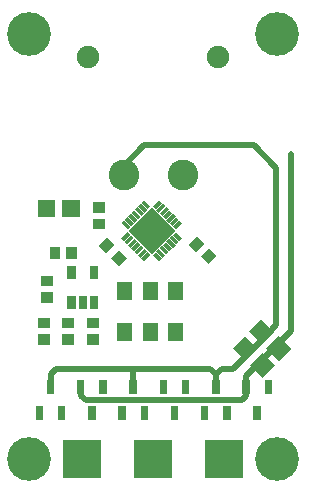
<source format=gts>
G04 Layer: TopSolderMaskLayer*
G04 EasyEDA v6.4.20.6, 2021-08-14T17:17:54+08:00*
G04 75774476de7741c18b808344251b3932,34bb6763e28e4bbdb854ef51fa08daf4,10*
G04 Gerber Generator version 0.2*
G04 Scale: 100 percent, Rotated: No, Reflected: No *
G04 Dimensions in millimeters *
G04 leading zeros omitted , absolute positions ,4 integer and 5 decimal *
%FSLAX45Y45*%
%MOMM*%

%ADD13C,0.5000*%
%ADD46C,2.6016*%
%ADD47C,1.9016*%
%ADD55C,3.7032*%

%LPD*%
D13*
X139700Y-3187700D02*
G01*
X139700Y-3263900D01*
X177800Y-3302000D01*
X1498600Y-3302000D01*
X1536700Y-3263900D01*
X1536700Y-3098800D01*
X1917700Y-2717800D01*
X1917700Y-2527300D01*
X1917700Y-1219200D01*
X1658556Y-2799143D02*
G01*
X1790700Y-2667000D01*
X1790700Y-1333500D01*
X1600200Y-1143000D01*
X673100Y-1143000D01*
X500001Y-1316098D01*
X500001Y-1399999D01*
X1567116Y-2890583D02*
G01*
X1658556Y-2799143D01*
X1279999Y-3083399D02*
G01*
X1328099Y-3035300D01*
X1422400Y-3035300D01*
X1567116Y-2890583D01*
X579998Y-3189866D02*
G01*
X579998Y-3035300D01*
X-119999Y-3189866D02*
G01*
X-119999Y-3079099D01*
X-76200Y-3035300D01*
X1231900Y-3035300D01*
X1279999Y-3083399D01*
X1279999Y-3189866D01*
G36*
X1214373Y-2148839D02*
G01*
X1150620Y-2085086D01*
X1221486Y-2014220D01*
X1285239Y-2077973D01*
G37*
G36*
X1115313Y-2049779D02*
G01*
X1051560Y-1986026D01*
X1122426Y-1915160D01*
X1186179Y-1978913D01*
G37*
G36*
X242062Y-1854962D02*
G01*
X242062Y-1764792D01*
X342137Y-1764792D01*
X342137Y-1854962D01*
G37*
G36*
X242062Y-1715007D02*
G01*
X242062Y-1624837D01*
X342137Y-1624837D01*
X342137Y-1715007D01*
G37*
G36*
X12192Y-2107437D02*
G01*
X12192Y-2007362D01*
X102362Y-2007362D01*
X102362Y-2107437D01*
G37*
G36*
X-127762Y-2107437D02*
G01*
X-127762Y-2007362D01*
X-37592Y-2007362D01*
X-37592Y-2107437D01*
G37*
G36*
X-202437Y-2337307D02*
G01*
X-202437Y-2247137D01*
X-102362Y-2247137D01*
X-102362Y-2337307D01*
G37*
G36*
X-202437Y-2477262D02*
G01*
X-202437Y-2387092D01*
X-102362Y-2387092D01*
X-102362Y-2477262D01*
G37*
G36*
X-227837Y-2692907D02*
G01*
X-227837Y-2602737D01*
X-127762Y-2602737D01*
X-127762Y-2692907D01*
G37*
G36*
X-227837Y-2832862D02*
G01*
X-227837Y-2742692D01*
X-127762Y-2742692D01*
X-127762Y-2832862D01*
G37*
G36*
X191262Y-2692907D02*
G01*
X191262Y-2602737D01*
X291337Y-2602737D01*
X291337Y-2692907D01*
G37*
G36*
X191262Y-2832862D02*
G01*
X191262Y-2742692D01*
X291337Y-2742692D01*
X291337Y-2832862D01*
G37*
G36*
X-229362Y-1749044D02*
G01*
X-229362Y-1603755D01*
X-78231Y-1603755D01*
X-78231Y-1749044D01*
G37*
G36*
X-23368Y-1749044D02*
G01*
X-23368Y-1603755D01*
X127762Y-1603755D01*
X127762Y-1749044D01*
G37*
G36*
X-24637Y-2832862D02*
G01*
X-24637Y-2742692D01*
X75437Y-2742692D01*
X75437Y-2832862D01*
G37*
G36*
X-24637Y-2692907D02*
G01*
X-24637Y-2602737D01*
X75437Y-2602737D01*
X75437Y-2692907D01*
G37*
G36*
X442976Y-2454402D02*
G01*
X442976Y-2304034D01*
X573023Y-2304034D01*
X573023Y-2454402D01*
G37*
G36*
X442976Y-2801365D02*
G01*
X442976Y-2650997D01*
X573023Y-2650997D01*
X573023Y-2801365D01*
G37*
G36*
X658876Y-2454402D02*
G01*
X658876Y-2304034D01*
X788923Y-2304034D01*
X788923Y-2454402D01*
G37*
G36*
X658876Y-2801365D02*
G01*
X658876Y-2650997D01*
X788923Y-2650997D01*
X788923Y-2801365D01*
G37*
G36*
X874776Y-2454402D02*
G01*
X874776Y-2304034D01*
X1004823Y-2304034D01*
X1004823Y-2454402D01*
G37*
G36*
X874776Y-2801365D02*
G01*
X874776Y-2650997D01*
X1004823Y-2650997D01*
X1004823Y-2801365D01*
G37*
D46*
G01*
X1000000Y-1399999D03*
G01*
X500001Y-1399999D03*
D47*
G01*
X200002Y-400001D03*
G01*
X1299999Y-400001D03*
G36*
X-10160Y-3960113D02*
G01*
X-10160Y-3639820D01*
X310134Y-3639820D01*
X310134Y-3960113D01*
G37*
G36*
X589787Y-3960113D02*
G01*
X589787Y-3639820D01*
X910081Y-3639820D01*
X910081Y-3960113D01*
G37*
G36*
X1189736Y-3960113D02*
G01*
X1189736Y-3639820D01*
X1510284Y-3639820D01*
X1510284Y-3960113D01*
G37*
G36*
X-246634Y-3467100D02*
G01*
X-246634Y-3353054D01*
X-183387Y-3353054D01*
X-183387Y-3467100D01*
G37*
G36*
X-56642Y-3467100D02*
G01*
X-56642Y-3353054D01*
X6604Y-3353054D01*
X6604Y-3467100D01*
G37*
G36*
X-151637Y-3246881D02*
G01*
X-151637Y-3132836D01*
X-88392Y-3132836D01*
X-88392Y-3246881D01*
G37*
G36*
X293370Y-3246881D02*
G01*
X293370Y-3132836D01*
X356615Y-3132836D01*
X356615Y-3246881D01*
G37*
G36*
X103378Y-3246881D02*
G01*
X103378Y-3132836D01*
X166623Y-3132836D01*
X166623Y-3246881D01*
G37*
G36*
X198373Y-3467100D02*
G01*
X198373Y-3353054D01*
X261620Y-3353054D01*
X261620Y-3467100D01*
G37*
G36*
X453389Y-3467100D02*
G01*
X453389Y-3353054D01*
X516636Y-3353054D01*
X516636Y-3467100D01*
G37*
G36*
X643381Y-3467100D02*
G01*
X643381Y-3353054D01*
X706628Y-3353054D01*
X706628Y-3467100D01*
G37*
G36*
X548386Y-3246881D02*
G01*
X548386Y-3132836D01*
X611631Y-3132836D01*
X611631Y-3246881D01*
G37*
G36*
X993394Y-3246881D02*
G01*
X993394Y-3132836D01*
X1056639Y-3132836D01*
X1056639Y-3246881D01*
G37*
G36*
X803402Y-3246881D02*
G01*
X803402Y-3132836D01*
X866647Y-3132836D01*
X866647Y-3246881D01*
G37*
G36*
X898397Y-3467100D02*
G01*
X898397Y-3353054D01*
X961644Y-3353054D01*
X961644Y-3467100D01*
G37*
G36*
X1153413Y-3467100D02*
G01*
X1153413Y-3353054D01*
X1216660Y-3353054D01*
X1216660Y-3467100D01*
G37*
G36*
X1343405Y-3467100D02*
G01*
X1343405Y-3353054D01*
X1406652Y-3353054D01*
X1406652Y-3467100D01*
G37*
G36*
X1248410Y-3246881D02*
G01*
X1248410Y-3132836D01*
X1311655Y-3132836D01*
X1311655Y-3246881D01*
G37*
G36*
X1693418Y-3246881D02*
G01*
X1693418Y-3132836D01*
X1756663Y-3132836D01*
X1756663Y-3246881D01*
G37*
G36*
X1503426Y-3246881D02*
G01*
X1503426Y-3132836D01*
X1566671Y-3132836D01*
X1566671Y-3246881D01*
G37*
G36*
X1598421Y-3467100D02*
G01*
X1598421Y-3353054D01*
X1661668Y-3353054D01*
X1661668Y-3467100D01*
G37*
G36*
X457707Y-2164334D02*
G01*
X393445Y-2100071D01*
X461771Y-2031745D01*
X526034Y-2096007D01*
G37*
G36*
X351028Y-2057654D02*
G01*
X286765Y-1993392D01*
X355092Y-1925065D01*
X419354Y-1989328D01*
G37*
G36*
X22352Y-2274570D02*
G01*
X22352Y-2164334D01*
X92455Y-2164334D01*
X92455Y-2274570D01*
G37*
G36*
X212344Y-2274570D02*
G01*
X212344Y-2164334D01*
X282447Y-2164334D01*
X282447Y-2274570D01*
G37*
G36*
X212344Y-2534665D02*
G01*
X212344Y-2424429D01*
X282447Y-2424429D01*
X282447Y-2534665D01*
G37*
G36*
X117347Y-2534665D02*
G01*
X117347Y-2424429D01*
X187452Y-2424429D01*
X187452Y-2534665D01*
G37*
G36*
X22352Y-2534665D02*
G01*
X22352Y-2424429D01*
X92455Y-2424429D01*
X92455Y-2534665D01*
G37*
G36*
X501395Y-1955545D02*
G01*
X478281Y-1932431D01*
X532384Y-1878329D01*
X555497Y-1901444D01*
G37*
G36*
X529589Y-1983739D02*
G01*
X506476Y-1960879D01*
X560831Y-1906523D01*
X583692Y-1929637D01*
G37*
G36*
X557784Y-2012187D02*
G01*
X534923Y-1989073D01*
X589026Y-1934971D01*
X612139Y-1957831D01*
G37*
G36*
X586231Y-2040381D02*
G01*
X563118Y-2017268D01*
X617220Y-1963165D01*
X640334Y-1986279D01*
G37*
G36*
X614426Y-2068576D02*
G01*
X591312Y-2045715D01*
X645668Y-1991360D01*
X668528Y-2014473D01*
G37*
G36*
X642620Y-2097023D02*
G01*
X619760Y-2073910D01*
X673862Y-2019807D01*
X696976Y-2042668D01*
G37*
G36*
X671068Y-2125218D02*
G01*
X647954Y-2102104D01*
X702055Y-2048002D01*
X725170Y-2071115D01*
G37*
G36*
X802131Y-2125218D02*
G01*
X748029Y-2071115D01*
X771144Y-2048002D01*
X825245Y-2102104D01*
G37*
G36*
X830579Y-2097023D02*
G01*
X776223Y-2042668D01*
X799337Y-2019807D01*
X853439Y-2073910D01*
G37*
G36*
X858773Y-2068576D02*
G01*
X804671Y-2014473D01*
X827531Y-1991360D01*
X881887Y-2045715D01*
G37*
G36*
X886968Y-2040381D02*
G01*
X832865Y-1986279D01*
X855979Y-1963165D01*
X910081Y-2017268D01*
G37*
G36*
X915415Y-2012187D02*
G01*
X861060Y-1957831D01*
X884173Y-1934971D01*
X938276Y-1989073D01*
G37*
G36*
X943610Y-1983739D02*
G01*
X889507Y-1929637D01*
X912368Y-1906523D01*
X966723Y-1960879D01*
G37*
G36*
X971804Y-1955545D02*
G01*
X917702Y-1901444D01*
X940815Y-1878329D01*
X994918Y-1932431D01*
G37*
G36*
X940815Y-1855470D02*
G01*
X917702Y-1832355D01*
X971804Y-1778254D01*
X994918Y-1801368D01*
G37*
G36*
X912368Y-1827276D02*
G01*
X889507Y-1804162D01*
X943610Y-1750060D01*
X966723Y-1772920D01*
G37*
G36*
X884173Y-1798828D02*
G01*
X861060Y-1775968D01*
X915415Y-1721612D01*
X938276Y-1744726D01*
G37*
G36*
X855979Y-1770634D02*
G01*
X832865Y-1747520D01*
X886968Y-1693418D01*
X910081Y-1716531D01*
G37*
G36*
X827531Y-1742439D02*
G01*
X804671Y-1719326D01*
X858773Y-1665223D01*
X881887Y-1688084D01*
G37*
G36*
X799337Y-1713992D02*
G01*
X776223Y-1691131D01*
X830579Y-1636776D01*
X853439Y-1659889D01*
G37*
G36*
X771144Y-1685797D02*
G01*
X748029Y-1662684D01*
X802131Y-1608581D01*
X825245Y-1631695D01*
G37*
G36*
X702055Y-1685797D02*
G01*
X647954Y-1631695D01*
X671068Y-1608581D01*
X725170Y-1662684D01*
G37*
G36*
X673862Y-1713992D02*
G01*
X619760Y-1659889D01*
X642620Y-1636776D01*
X696976Y-1691131D01*
G37*
G36*
X645668Y-1742439D02*
G01*
X591312Y-1688084D01*
X614426Y-1665223D01*
X668528Y-1719326D01*
G37*
G36*
X617220Y-1770634D02*
G01*
X563118Y-1716531D01*
X586231Y-1693418D01*
X640334Y-1747520D01*
G37*
G36*
X589026Y-1798828D02*
G01*
X534923Y-1744726D01*
X557784Y-1721612D01*
X612139Y-1775968D01*
G37*
G36*
X560831Y-1827276D02*
G01*
X506476Y-1772920D01*
X529589Y-1750060D01*
X583692Y-1804162D01*
G37*
G36*
X532384Y-1855470D02*
G01*
X478281Y-1801368D01*
X501395Y-1778254D01*
X555497Y-1832355D01*
G37*
G36*
X736600Y-2065020D02*
G01*
X538479Y-1866900D01*
X736600Y-1668779D01*
X934720Y-1866900D01*
G37*
G36*
X1529587Y-2965704D02*
G01*
X1422654Y-2858770D01*
X1525270Y-2756154D01*
X1632204Y-2863087D01*
G37*
G36*
X1675129Y-3111245D02*
G01*
X1568195Y-3004312D01*
X1670812Y-2901695D01*
X1777745Y-3008629D01*
G37*
G36*
X1669287Y-2826004D02*
G01*
X1562354Y-2719070D01*
X1664970Y-2616454D01*
X1771904Y-2723387D01*
G37*
G36*
X1814829Y-2971545D02*
G01*
X1707895Y-2864612D01*
X1810512Y-2761995D01*
X1917445Y-2868929D01*
G37*
D55*
G01*
X-299999Y-199999D03*
G01*
X1799998Y-199999D03*
G01*
X-299999Y-3800000D03*
G01*
X1799998Y-3800000D03*
M02*

</source>
